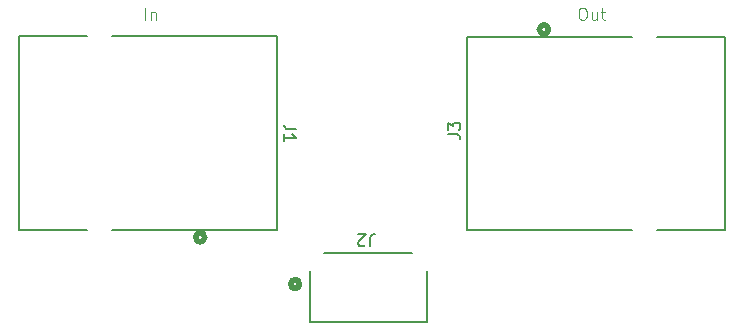
<source format=gbr>
%TF.GenerationSoftware,KiCad,Pcbnew,9.0.0*%
%TF.CreationDate,2026-01-30T14:08:11-05:00*%
%TF.ProjectId,Proprietary_RJ45,50726f70-7269-4657-9461-72795f524a34,rev?*%
%TF.SameCoordinates,Original*%
%TF.FileFunction,Legend,Top*%
%TF.FilePolarity,Positive*%
%FSLAX46Y46*%
G04 Gerber Fmt 4.6, Leading zero omitted, Abs format (unit mm)*
G04 Created by KiCad (PCBNEW 9.0.0) date 2026-01-30 14:08:11*
%MOMM*%
%LPD*%
G01*
G04 APERTURE LIST*
%ADD10C,0.100000*%
%ADD11C,0.150000*%
%ADD12C,0.152400*%
%ADD13C,0.508000*%
G04 APERTURE END LIST*
D10*
X108303884Y-79122419D02*
X108303884Y-78122419D01*
X108780074Y-78455752D02*
X108780074Y-79122419D01*
X108780074Y-78550990D02*
X108827693Y-78503371D01*
X108827693Y-78503371D02*
X108922931Y-78455752D01*
X108922931Y-78455752D02*
X109065788Y-78455752D01*
X109065788Y-78455752D02*
X109161026Y-78503371D01*
X109161026Y-78503371D02*
X109208645Y-78598609D01*
X109208645Y-78598609D02*
X109208645Y-79122419D01*
X145244360Y-78122419D02*
X145434836Y-78122419D01*
X145434836Y-78122419D02*
X145530074Y-78170038D01*
X145530074Y-78170038D02*
X145625312Y-78265276D01*
X145625312Y-78265276D02*
X145672931Y-78455752D01*
X145672931Y-78455752D02*
X145672931Y-78789085D01*
X145672931Y-78789085D02*
X145625312Y-78979561D01*
X145625312Y-78979561D02*
X145530074Y-79074800D01*
X145530074Y-79074800D02*
X145434836Y-79122419D01*
X145434836Y-79122419D02*
X145244360Y-79122419D01*
X145244360Y-79122419D02*
X145149122Y-79074800D01*
X145149122Y-79074800D02*
X145053884Y-78979561D01*
X145053884Y-78979561D02*
X145006265Y-78789085D01*
X145006265Y-78789085D02*
X145006265Y-78455752D01*
X145006265Y-78455752D02*
X145053884Y-78265276D01*
X145053884Y-78265276D02*
X145149122Y-78170038D01*
X145149122Y-78170038D02*
X145244360Y-78122419D01*
X146530074Y-78455752D02*
X146530074Y-79122419D01*
X146101503Y-78455752D02*
X146101503Y-78979561D01*
X146101503Y-78979561D02*
X146149122Y-79074800D01*
X146149122Y-79074800D02*
X146244360Y-79122419D01*
X146244360Y-79122419D02*
X146387217Y-79122419D01*
X146387217Y-79122419D02*
X146482455Y-79074800D01*
X146482455Y-79074800D02*
X146530074Y-79027180D01*
X146863408Y-78455752D02*
X147244360Y-78455752D01*
X147006265Y-78122419D02*
X147006265Y-78979561D01*
X147006265Y-78979561D02*
X147053884Y-79074800D01*
X147053884Y-79074800D02*
X147149122Y-79122419D01*
X147149122Y-79122419D02*
X147244360Y-79122419D01*
D11*
X127333333Y-98295180D02*
X127333333Y-97580895D01*
X127333333Y-97580895D02*
X127380952Y-97438038D01*
X127380952Y-97438038D02*
X127476190Y-97342800D01*
X127476190Y-97342800D02*
X127619047Y-97295180D01*
X127619047Y-97295180D02*
X127714285Y-97295180D01*
X126904761Y-98199942D02*
X126857142Y-98247561D01*
X126857142Y-98247561D02*
X126761904Y-98295180D01*
X126761904Y-98295180D02*
X126523809Y-98295180D01*
X126523809Y-98295180D02*
X126428571Y-98247561D01*
X126428571Y-98247561D02*
X126380952Y-98199942D01*
X126380952Y-98199942D02*
X126333333Y-98104704D01*
X126333333Y-98104704D02*
X126333333Y-98009466D01*
X126333333Y-98009466D02*
X126380952Y-97866609D01*
X126380952Y-97866609D02*
X126952380Y-97295180D01*
X126952380Y-97295180D02*
X126333333Y-97295180D01*
X121045180Y-88394716D02*
X120330895Y-88394716D01*
X120330895Y-88394716D02*
X120188038Y-88347097D01*
X120188038Y-88347097D02*
X120092800Y-88251859D01*
X120092800Y-88251859D02*
X120045180Y-88109002D01*
X120045180Y-88109002D02*
X120045180Y-88013764D01*
X120045180Y-89394716D02*
X120045180Y-88823288D01*
X120045180Y-89109002D02*
X121045180Y-89109002D01*
X121045180Y-89109002D02*
X120902323Y-89013764D01*
X120902323Y-89013764D02*
X120807085Y-88918526D01*
X120807085Y-88918526D02*
X120759466Y-88823288D01*
X133954819Y-88833333D02*
X134669104Y-88833333D01*
X134669104Y-88833333D02*
X134811961Y-88880952D01*
X134811961Y-88880952D02*
X134907200Y-88976190D01*
X134907200Y-88976190D02*
X134954819Y-89119047D01*
X134954819Y-89119047D02*
X134954819Y-89214285D01*
X133954819Y-88452380D02*
X133954819Y-87833333D01*
X133954819Y-87833333D02*
X134335771Y-88166666D01*
X134335771Y-88166666D02*
X134335771Y-88023809D01*
X134335771Y-88023809D02*
X134383390Y-87928571D01*
X134383390Y-87928571D02*
X134431009Y-87880952D01*
X134431009Y-87880952D02*
X134526247Y-87833333D01*
X134526247Y-87833333D02*
X134764342Y-87833333D01*
X134764342Y-87833333D02*
X134859580Y-87880952D01*
X134859580Y-87880952D02*
X134907200Y-87928571D01*
X134907200Y-87928571D02*
X134954819Y-88023809D01*
X134954819Y-88023809D02*
X134954819Y-88309523D01*
X134954819Y-88309523D02*
X134907200Y-88404761D01*
X134907200Y-88404761D02*
X134859580Y-88452380D01*
D12*
%TO.C,J2*%
X122207401Y-100434008D02*
X122207401Y-104737200D01*
X122207401Y-104737200D02*
X132113401Y-104737200D01*
X130892329Y-98920600D02*
X123428472Y-98920600D01*
X132113401Y-104737200D02*
X132113401Y-100434008D01*
D13*
X121365002Y-101510201D02*
G75*
G02*
X120603002Y-101510201I-381000J0D01*
G01*
X120603002Y-101510201D02*
G75*
G02*
X121365002Y-101510201I381000J0D01*
G01*
D12*
%TO.C,J1*%
X97578000Y-80536550D02*
X97578000Y-96919550D01*
X97578000Y-96919550D02*
X103385504Y-96919550D01*
X103385504Y-80536550D02*
X97578000Y-80536550D01*
X105484495Y-96919550D02*
X119422000Y-96919550D01*
X119422000Y-80536550D02*
X105484495Y-80536550D01*
X119422000Y-96919550D02*
X119422000Y-80536550D01*
D13*
X113326000Y-97554550D02*
G75*
G02*
X112564000Y-97554550I-381000J0D01*
G01*
X112564000Y-97554550D02*
G75*
G02*
X113326000Y-97554550I381000J0D01*
G01*
D12*
%TO.C,J3*%
X135578000Y-80580450D02*
X135578000Y-96963450D01*
X135578000Y-96963450D02*
X149515505Y-96963450D01*
X149515505Y-80580450D02*
X135578000Y-80580450D01*
X151614496Y-96963450D02*
X157422000Y-96963450D01*
X157422000Y-80580450D02*
X151614496Y-80580450D01*
X157422000Y-96963450D02*
X157422000Y-80580450D01*
D13*
X142436000Y-79945450D02*
G75*
G02*
X141674000Y-79945450I-381000J0D01*
G01*
X141674000Y-79945450D02*
G75*
G02*
X142436000Y-79945450I381000J0D01*
G01*
%TD*%
M02*

</source>
